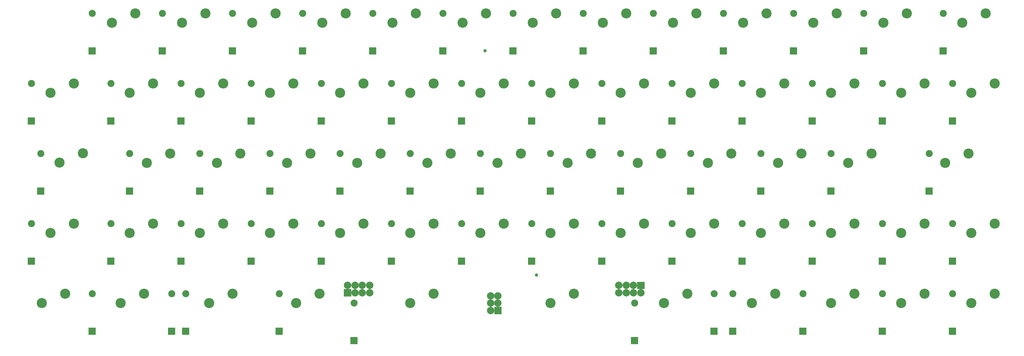
<source format=gbs>
G04 Layer: BottomSolderMaskLayer*
G04 EasyEDA v6.3.53, 2020-06-17T23:21:06+02:00*
G04 04ce8127e00047ebb4670b429beeeb49,c5fe026039d2484e9a32019ccd8c5756,10*
G04 Gerber Generator version 0.2*
G04 Scale: 100 percent, Rotated: No, Reflected: No *
G04 Dimensions in millimeters *
G04 leading zeros omitted , absolute positions ,3 integer and 3 decimal *
%FSLAX33Y33*%
%MOMM*%
G90*
G71D02*

%ADD22C,0.903199*%
%ADD23C,2.003196*%
%ADD25C,2.743200*%
%ADD26C,1.902460*%

%LPD*%
G54D22*
G01X127154Y81721D03*
G01X141124Y20761D03*
G54D23*
G01X163524Y15951D03*
G01X163524Y17951D03*
G01X165524Y15951D03*
G01X165524Y17951D03*
G01X167524Y15951D03*
G01X167524Y17951D03*
G01X169524Y15951D03*
G36*
G01X168523Y16948D02*
G01X168523Y18952D01*
G01X170525Y18952D01*
G01X170525Y16948D01*
G01X168523Y16948D01*
G37*
G01X128694Y15141D03*
G01X130694Y15141D03*
G01X128694Y13141D03*
G01X130694Y13141D03*
G01X128694Y11141D03*
G36*
G01X129692Y10138D02*
G01X129692Y12143D01*
G01X131696Y12143D01*
G01X131696Y10138D01*
G01X129692Y10138D01*
G37*
G54D25*
G01X25808Y89341D03*
G01X32158Y91881D03*
G01X44858Y89341D03*
G01X51208Y91881D03*
G01X63908Y89341D03*
G01X70258Y91881D03*
G01X82958Y89341D03*
G01X89308Y91881D03*
G01X102008Y89341D03*
G01X108358Y91881D03*
G01X121058Y89341D03*
G01X127408Y91881D03*
G01X140108Y89341D03*
G01X146458Y91881D03*
G01X159158Y89341D03*
G01X165508Y91881D03*
G01X178208Y89341D03*
G01X184558Y91881D03*
G01X197258Y89341D03*
G01X203608Y91881D03*
G01X216308Y89341D03*
G01X222658Y91881D03*
G01X235358Y89341D03*
G01X241708Y91881D03*
G01X256821Y89341D03*
G01X263171Y91881D03*
G01X9171Y70291D03*
G01X15521Y72831D03*
G01X30634Y70291D03*
G01X36984Y72831D03*
G01X49684Y70291D03*
G01X56034Y72831D03*
G01X68734Y70291D03*
G01X75084Y72831D03*
G01X87784Y70291D03*
G01X94134Y72831D03*
G01X106834Y70291D03*
G01X113184Y72831D03*
G01X125884Y70291D03*
G01X132234Y72831D03*
G01X144934Y70291D03*
G01X151284Y72831D03*
G01X163984Y70291D03*
G01X170334Y72831D03*
G01X183034Y70291D03*
G01X189384Y72831D03*
G01X202084Y70291D03*
G01X208434Y72831D03*
G01X221134Y70291D03*
G01X227484Y72831D03*
G01X240184Y70291D03*
G01X246534Y72831D03*
G01X259234Y70291D03*
G01X265584Y72831D03*
G01X11584Y51368D03*
G01X17934Y53908D03*
G01X35333Y51241D03*
G01X41683Y53781D03*
G01X54383Y51241D03*
G01X60733Y53781D03*
G01X73433Y51241D03*
G01X79783Y53781D03*
G01X92483Y51241D03*
G01X98833Y53781D03*
G01X111533Y51241D03*
G01X117883Y53781D03*
G01X130583Y51241D03*
G01X136933Y53781D03*
G01X149633Y51241D03*
G01X155983Y53781D03*
G01X168683Y51241D03*
G01X175033Y53781D03*
G01X187733Y51241D03*
G01X194083Y53781D03*
G01X206783Y51241D03*
G01X213133Y53781D03*
G01X225833Y51241D03*
G01X232183Y53781D03*
G01X252122Y51241D03*
G01X258472Y53781D03*
G01X9171Y32191D03*
G01X15521Y34731D03*
G01X30634Y32191D03*
G01X36984Y34731D03*
G01X49684Y32191D03*
G01X56034Y34731D03*
G01X68734Y32191D03*
G01X75084Y34731D03*
G01X87784Y32191D03*
G01X94134Y34731D03*
G01X106834Y32191D03*
G01X113184Y34731D03*
G01X125884Y32191D03*
G01X132234Y34731D03*
G01X144934Y32191D03*
G01X151284Y34731D03*
G01X163984Y32191D03*
G01X170334Y34731D03*
G01X183034Y32191D03*
G01X189384Y34731D03*
G01X202084Y32191D03*
G01X208434Y34731D03*
G01X221134Y32191D03*
G01X227484Y34731D03*
G01X240184Y32191D03*
G01X246534Y34731D03*
G01X259234Y32191D03*
G01X265584Y34731D03*
G01X6758Y13141D03*
G01X13108Y15681D03*
G01X28221Y13141D03*
G01X34571Y15681D03*
G01X52224Y13141D03*
G01X58574Y15681D03*
G01X75846Y13141D03*
G01X82196Y15681D03*
G01X106834Y13141D03*
G01X113184Y15681D03*
G01X144934Y13141D03*
G01X151284Y15681D03*
G01X175795Y13141D03*
G01X182145Y15681D03*
G01X199671Y13141D03*
G01X206021Y15681D03*
G01X221134Y13141D03*
G01X227484Y15681D03*
G01X240184Y13141D03*
G01X246534Y15681D03*
G01X259234Y13141D03*
G01X265584Y15681D03*
G54D26*
G01X63654Y72831D03*
G36*
G01X62704Y61718D02*
G01X62704Y63621D01*
G01X64607Y63621D01*
G01X64607Y61718D01*
G01X62704Y61718D01*
G37*
G01X20474Y15681D03*
G36*
G01X19524Y4568D02*
G01X19524Y6471D01*
G01X21427Y6471D01*
G01X21427Y4568D01*
G01X19524Y4568D01*
G37*
G01X30634Y53781D03*
G36*
G01X29684Y42668D02*
G01X29684Y44571D01*
G01X31587Y44571D01*
G01X31587Y42668D01*
G01X29684Y42668D01*
G37*
G01X20474Y91881D03*
G36*
G01X19524Y80768D02*
G01X19524Y82671D01*
G01X21427Y82671D01*
G01X21427Y80768D01*
G01X19524Y80768D01*
G37*
G01X39524Y91881D03*
G36*
G01X38574Y80768D02*
G01X38574Y82671D01*
G01X40477Y82671D01*
G01X40477Y80768D01*
G01X38574Y80768D01*
G37*
G01X58574Y91881D03*
G36*
G01X57624Y80768D02*
G01X57624Y82671D01*
G01X59527Y82671D01*
G01X59527Y80768D01*
G01X57624Y80768D01*
G37*
G01X77624Y91881D03*
G36*
G01X76674Y80768D02*
G01X76674Y82671D01*
G01X78577Y82671D01*
G01X78577Y80768D01*
G01X76674Y80768D01*
G37*
G01X96674Y91881D03*
G36*
G01X95724Y80768D02*
G01X95724Y82671D01*
G01X97627Y82671D01*
G01X97627Y80768D01*
G01X95724Y80768D01*
G37*
G01X115724Y91881D03*
G36*
G01X114774Y80768D02*
G01X114774Y82671D01*
G01X116677Y82671D01*
G01X116677Y80768D01*
G01X114774Y80768D01*
G37*
G01X134774Y91881D03*
G36*
G01X133824Y80768D02*
G01X133824Y82671D01*
G01X135727Y82671D01*
G01X135727Y80768D01*
G01X133824Y80768D01*
G37*
G01X153824Y91881D03*
G36*
G01X152874Y80768D02*
G01X152874Y82671D01*
G01X154777Y82671D01*
G01X154777Y80768D01*
G01X152874Y80768D01*
G37*
G01X172874Y91881D03*
G36*
G01X171924Y80768D02*
G01X171924Y82671D01*
G01X173827Y82671D01*
G01X173827Y80768D01*
G01X171924Y80768D01*
G37*
G01X191924Y91881D03*
G36*
G01X190974Y80768D02*
G01X190974Y82671D01*
G01X192877Y82671D01*
G01X192877Y80768D01*
G01X190974Y80768D01*
G37*
G01X210974Y91881D03*
G36*
G01X210024Y80768D02*
G01X210024Y82671D01*
G01X211927Y82671D01*
G01X211927Y80768D01*
G01X210024Y80768D01*
G37*
G01X230024Y91881D03*
G36*
G01X229074Y80768D02*
G01X229074Y82671D01*
G01X230977Y82671D01*
G01X230977Y80768D01*
G01X229074Y80768D01*
G37*
G01X251614Y91881D03*
G36*
G01X250664Y80768D02*
G01X250664Y82671D01*
G01X252567Y82671D01*
G01X252567Y80768D01*
G01X250664Y80768D01*
G37*
G01X3964Y72831D03*
G36*
G01X3014Y61718D02*
G01X3014Y63621D01*
G01X4917Y63621D01*
G01X4917Y61718D01*
G01X3014Y61718D01*
G37*
G01X25554Y72831D03*
G36*
G01X24604Y61718D02*
G01X24604Y63621D01*
G01X26507Y63621D01*
G01X26507Y61718D01*
G01X24604Y61718D01*
G37*
G01X44604Y72831D03*
G36*
G01X43654Y61718D02*
G01X43654Y63621D01*
G01X45557Y63621D01*
G01X45557Y61718D01*
G01X43654Y61718D01*
G37*
G01X82704Y72831D03*
G36*
G01X81754Y61718D02*
G01X81754Y63621D01*
G01X83657Y63621D01*
G01X83657Y61718D01*
G01X81754Y61718D01*
G37*
G01X101754Y72831D03*
G36*
G01X100804Y61718D02*
G01X100804Y63621D01*
G01X102707Y63621D01*
G01X102707Y61718D01*
G01X100804Y61718D01*
G37*
G01X120804Y72831D03*
G36*
G01X119854Y61718D02*
G01X119854Y63621D01*
G01X121757Y63621D01*
G01X121757Y61718D01*
G01X119854Y61718D01*
G37*
G01X139854Y72831D03*
G36*
G01X138904Y61718D02*
G01X138904Y63621D01*
G01X140807Y63621D01*
G01X140807Y61718D01*
G01X138904Y61718D01*
G37*
G01X158904Y72831D03*
G36*
G01X157954Y61718D02*
G01X157954Y63621D01*
G01X159857Y63621D01*
G01X159857Y61718D01*
G01X157954Y61718D01*
G37*
G01X177954Y72831D03*
G36*
G01X177004Y61718D02*
G01X177004Y63621D01*
G01X178907Y63621D01*
G01X178907Y61718D01*
G01X177004Y61718D01*
G37*
G01X197004Y72831D03*
G36*
G01X196054Y61718D02*
G01X196054Y63621D01*
G01X197957Y63621D01*
G01X197957Y61718D01*
G01X196054Y61718D01*
G37*
G01X216054Y72831D03*
G36*
G01X215104Y61718D02*
G01X215104Y63621D01*
G01X217007Y63621D01*
G01X217007Y61718D01*
G01X215104Y61718D01*
G37*
G01X235104Y72831D03*
G36*
G01X234154Y61718D02*
G01X234154Y63621D01*
G01X236057Y63621D01*
G01X236057Y61718D01*
G01X234154Y61718D01*
G37*
G01X254154Y72831D03*
G36*
G01X253204Y61718D02*
G01X253204Y63621D01*
G01X255107Y63621D01*
G01X255107Y61718D01*
G01X253204Y61718D01*
G37*
G01X6504Y53781D03*
G36*
G01X5554Y42668D02*
G01X5554Y44571D01*
G01X7457Y44571D01*
G01X7457Y42668D01*
G01X5554Y42668D01*
G37*
G01X49684Y53781D03*
G36*
G01X48734Y42668D02*
G01X48734Y44571D01*
G01X50637Y44571D01*
G01X50637Y42668D01*
G01X48734Y42668D01*
G37*
G01X68734Y53781D03*
G36*
G01X67784Y42668D02*
G01X67784Y44571D01*
G01X69687Y44571D01*
G01X69687Y42668D01*
G01X67784Y42668D01*
G37*
G01X87784Y53781D03*
G36*
G01X86834Y42668D02*
G01X86834Y44571D01*
G01X88737Y44571D01*
G01X88737Y42668D01*
G01X86834Y42668D01*
G37*
G01X106834Y53781D03*
G36*
G01X105884Y42668D02*
G01X105884Y44571D01*
G01X107787Y44571D01*
G01X107787Y42668D01*
G01X105884Y42668D01*
G37*
G01X125884Y53781D03*
G36*
G01X124934Y42668D02*
G01X124934Y44571D01*
G01X126837Y44571D01*
G01X126837Y42668D01*
G01X124934Y42668D01*
G37*
G01X144934Y53781D03*
G36*
G01X143984Y42668D02*
G01X143984Y44571D01*
G01X145887Y44571D01*
G01X145887Y42668D01*
G01X143984Y42668D01*
G37*
G01X163984Y53781D03*
G36*
G01X163034Y42668D02*
G01X163034Y44571D01*
G01X164937Y44571D01*
G01X164937Y42668D01*
G01X163034Y42668D01*
G37*
G01X183034Y53781D03*
G36*
G01X182084Y42668D02*
G01X182084Y44571D01*
G01X183987Y44571D01*
G01X183987Y42668D01*
G01X182084Y42668D01*
G37*
G01X202084Y53781D03*
G36*
G01X201134Y42668D02*
G01X201134Y44571D01*
G01X203037Y44571D01*
G01X203037Y42668D01*
G01X201134Y42668D01*
G37*
G01X221134Y53781D03*
G36*
G01X220184Y42668D02*
G01X220184Y44571D01*
G01X222087Y44571D01*
G01X222087Y42668D01*
G01X220184Y42668D01*
G37*
G01X247804Y53781D03*
G36*
G01X246854Y42668D02*
G01X246854Y44571D01*
G01X248757Y44571D01*
G01X248757Y42668D01*
G01X246854Y42668D01*
G37*
G01X3964Y34731D03*
G36*
G01X3014Y23618D02*
G01X3014Y25521D01*
G01X4917Y25521D01*
G01X4917Y23618D01*
G01X3014Y23618D01*
G37*
G01X25554Y34731D03*
G36*
G01X24604Y23618D02*
G01X24604Y25521D01*
G01X26507Y25521D01*
G01X26507Y23618D01*
G01X24604Y23618D01*
G37*
G01X63654Y34731D03*
G36*
G01X62704Y23618D02*
G01X62704Y25521D01*
G01X64607Y25521D01*
G01X64607Y23618D01*
G01X62704Y23618D01*
G37*
G01X82704Y34731D03*
G36*
G01X81754Y23618D02*
G01X81754Y25521D01*
G01X83657Y25521D01*
G01X83657Y23618D01*
G01X81754Y23618D01*
G37*
G01X101754Y34731D03*
G36*
G01X100804Y23618D02*
G01X100804Y25521D01*
G01X102707Y25521D01*
G01X102707Y23618D01*
G01X100804Y23618D01*
G37*
G01X120804Y34731D03*
G36*
G01X119854Y23618D02*
G01X119854Y25521D01*
G01X121757Y25521D01*
G01X121757Y23618D01*
G01X119854Y23618D01*
G37*
G01X139854Y34731D03*
G36*
G01X138904Y23618D02*
G01X138904Y25521D01*
G01X140807Y25521D01*
G01X140807Y23618D01*
G01X138904Y23618D01*
G37*
G01X158904Y34731D03*
G36*
G01X157954Y23618D02*
G01X157954Y25521D01*
G01X159857Y25521D01*
G01X159857Y23618D01*
G01X157954Y23618D01*
G37*
G01X177954Y34731D03*
G36*
G01X177004Y23618D02*
G01X177004Y25521D01*
G01X178907Y25521D01*
G01X178907Y23618D01*
G01X177004Y23618D01*
G37*
G01X197004Y34731D03*
G36*
G01X196054Y23618D02*
G01X196054Y25521D01*
G01X197957Y25521D01*
G01X197957Y23618D01*
G01X196054Y23618D01*
G37*
G01X216054Y34731D03*
G36*
G01X215104Y23618D02*
G01X215104Y25521D01*
G01X217007Y25521D01*
G01X217007Y23618D01*
G01X215104Y23618D01*
G37*
G01X235104Y34731D03*
G36*
G01X234154Y23618D02*
G01X234154Y25521D01*
G01X236057Y25521D01*
G01X236057Y23618D01*
G01X234154Y23618D01*
G37*
G01X254154Y34731D03*
G36*
G01X253204Y23618D02*
G01X253204Y25521D01*
G01X255107Y25521D01*
G01X255107Y23618D01*
G01X253204Y23618D01*
G37*
G01X42064Y15681D03*
G36*
G01X41114Y4568D02*
G01X41114Y6471D01*
G01X43017Y6471D01*
G01X43017Y4568D01*
G01X41114Y4568D01*
G37*
G01X45874Y15681D03*
G36*
G01X44924Y4568D02*
G01X44924Y6471D01*
G01X46827Y6471D01*
G01X46827Y4568D01*
G01X44924Y4568D01*
G37*
G01X71274Y15681D03*
G36*
G01X70324Y4568D02*
G01X70324Y6471D01*
G01X72227Y6471D01*
G01X72227Y4568D01*
G01X70324Y4568D01*
G37*
G01X91594Y13141D03*
G36*
G01X90644Y2028D02*
G01X90644Y3931D01*
G01X92547Y3931D01*
G01X92547Y2028D01*
G01X90644Y2028D01*
G37*
G01X189384Y15681D03*
G36*
G01X188434Y4568D02*
G01X188434Y6471D01*
G01X190337Y6471D01*
G01X190337Y4568D01*
G01X188434Y4568D01*
G37*
G01X194464Y15681D03*
G36*
G01X193514Y4568D02*
G01X193514Y6471D01*
G01X195417Y6471D01*
G01X195417Y4568D01*
G01X193514Y4568D01*
G37*
G01X213514Y15681D03*
G36*
G01X212564Y4568D02*
G01X212564Y6471D01*
G01X214467Y6471D01*
G01X214467Y4568D01*
G01X212564Y4568D01*
G37*
G01X235104Y15681D03*
G36*
G01X234154Y4568D02*
G01X234154Y6471D01*
G01X236057Y6471D01*
G01X236057Y4568D01*
G01X234154Y4568D01*
G37*
G01X44604Y34731D03*
G36*
G01X43654Y23618D02*
G01X43654Y25521D01*
G01X45557Y25521D01*
G01X45557Y23618D01*
G01X43654Y23618D01*
G37*
G01X254154Y15681D03*
G36*
G01X253204Y4568D02*
G01X253204Y6471D01*
G01X255107Y6471D01*
G01X255107Y4568D01*
G01X253204Y4568D01*
G37*
G01X167794Y13141D03*
G36*
G01X166844Y2028D02*
G01X166844Y3931D01*
G01X168747Y3931D01*
G01X168747Y2028D01*
G01X166844Y2028D01*
G37*
G54D23*
G01X95864Y17951D03*
G01X95864Y15951D03*
G01X93864Y17951D03*
G01X93864Y15951D03*
G01X91864Y17951D03*
G01X91864Y15951D03*
G01X89864Y17951D03*
G36*
G01X88864Y14949D02*
G01X88864Y16953D01*
G01X90865Y16953D01*
G01X90865Y14949D01*
G01X88864Y14949D01*
G37*
M00*
M02*

</source>
